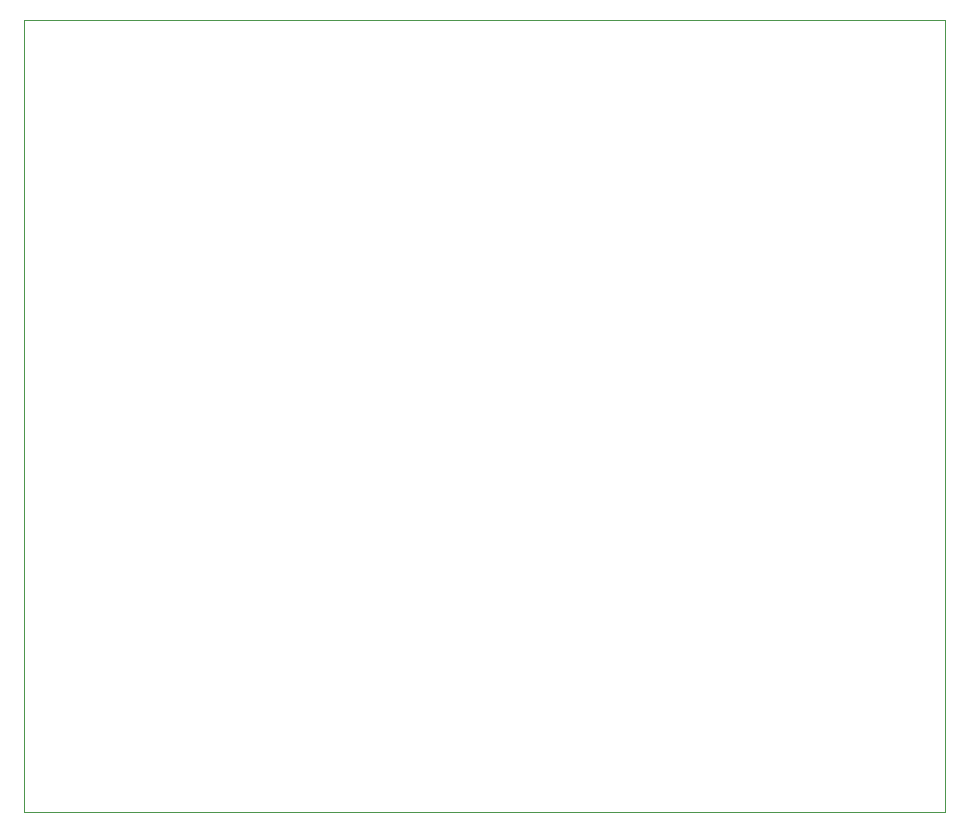
<source format=gm1>
%TF.GenerationSoftware,KiCad,Pcbnew,7.0.5*%
%TF.CreationDate,2023-06-21T21:20:56+02:00*%
%TF.ProjectId,moduleDriver,6d6f6475-6c65-4447-9269-7665722e6b69,rev?*%
%TF.SameCoordinates,Original*%
%TF.FileFunction,Profile,NP*%
%FSLAX46Y46*%
G04 Gerber Fmt 4.6, Leading zero omitted, Abs format (unit mm)*
G04 Created by KiCad (PCBNEW 7.0.5) date 2023-06-21 21:20:56*
%MOMM*%
%LPD*%
G01*
G04 APERTURE LIST*
%TA.AperFunction,Profile*%
%ADD10C,0.100000*%
%TD*%
G04 APERTURE END LIST*
D10*
X131000000Y-70000000D02*
X53000000Y-70000000D01*
X131000000Y-137000000D02*
X131000000Y-70000000D01*
X53000000Y-70000000D02*
X53000000Y-137000000D01*
X53000000Y-137000000D02*
X131000000Y-137000000D01*
M02*

</source>
